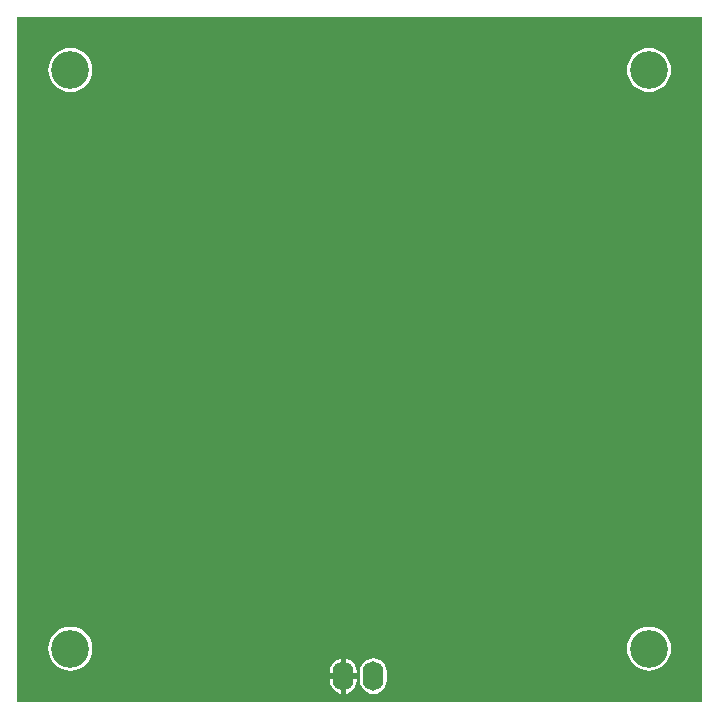
<source format=gbr>
%TF.GenerationSoftware,Altium Limited,Altium Designer,21.4.1 (30)*%
G04 Layer_Physical_Order=2*
G04 Layer_Color=16711680*
%FSLAX42Y42*%
%MOMM*%
%TF.SameCoordinates,A5F8CCB8-1AD9-4863-A32E-EE0D6D21C85A*%
%TF.FilePolarity,Positive*%
%TF.FileFunction,Copper,L2,Bot,Signal*%
%TF.Part,Single*%
G01*
G75*
%TA.AperFunction,ComponentPad*%
%ADD49O,1.75X2.50*%
%TA.AperFunction,ViaPad*%
%ADD50C,3.20*%
%ADD51C,0.80*%
G36*
X2900Y-2900D02*
X-2900D01*
Y2900D01*
X2900D01*
Y-2900D01*
D02*
G37*
%LPC*%
G36*
X2450Y2636D02*
X2414Y2633D01*
X2379Y2622D01*
X2347Y2605D01*
X2318Y2582D01*
X2295Y2554D01*
X2278Y2521D01*
X2267Y2486D01*
X2264Y2450D01*
X2267Y2414D01*
X2278Y2379D01*
X2295Y2346D01*
X2318Y2318D01*
X2347Y2295D01*
X2379Y2278D01*
X2414Y2267D01*
X2450Y2264D01*
X2486Y2267D01*
X2521Y2278D01*
X2554Y2295D01*
X2582Y2318D01*
X2605Y2346D01*
X2622Y2379D01*
X2633Y2414D01*
X2636Y2450D01*
X2633Y2486D01*
X2622Y2521D01*
X2605Y2554D01*
X2582Y2582D01*
X2554Y2605D01*
X2521Y2622D01*
X2486Y2633D01*
X2450Y2636D01*
D02*
G37*
G36*
X-2450D02*
X-2486Y2633D01*
X-2521Y2622D01*
X-2554Y2605D01*
X-2582Y2582D01*
X-2605Y2554D01*
X-2622Y2521D01*
X-2633Y2486D01*
X-2636Y2450D01*
X-2633Y2414D01*
X-2622Y2379D01*
X-2605Y2346D01*
X-2582Y2318D01*
X-2554Y2295D01*
X-2521Y2278D01*
X-2486Y2267D01*
X-2450Y2264D01*
X-2414Y2267D01*
X-2379Y2278D01*
X-2346Y2295D01*
X-2318Y2318D01*
X-2295Y2346D01*
X-2278Y2379D01*
X-2267Y2414D01*
X-2264Y2450D01*
X-2267Y2486D01*
X-2278Y2521D01*
X-2295Y2554D01*
X-2318Y2582D01*
X-2346Y2605D01*
X-2379Y2622D01*
X-2414Y2633D01*
X-2450Y2636D01*
D02*
G37*
G36*
X2450Y-2264D02*
X2414Y-2267D01*
X2379Y-2278D01*
X2347Y-2295D01*
X2318Y-2318D01*
X2295Y-2346D01*
X2278Y-2379D01*
X2267Y-2414D01*
X2264Y-2450D01*
X2267Y-2486D01*
X2278Y-2521D01*
X2295Y-2554D01*
X2318Y-2582D01*
X2347Y-2605D01*
X2379Y-2622D01*
X2414Y-2633D01*
X2450Y-2636D01*
X2486Y-2633D01*
X2521Y-2622D01*
X2554Y-2605D01*
X2582Y-2582D01*
X2605Y-2554D01*
X2622Y-2521D01*
X2633Y-2486D01*
X2636Y-2450D01*
X2633Y-2414D01*
X2622Y-2379D01*
X2605Y-2346D01*
X2582Y-2318D01*
X2554Y-2295D01*
X2521Y-2278D01*
X2486Y-2267D01*
X2450Y-2264D01*
D02*
G37*
G36*
X-2450D02*
X-2486Y-2267D01*
X-2521Y-2278D01*
X-2554Y-2295D01*
X-2582Y-2318D01*
X-2605Y-2346D01*
X-2622Y-2379D01*
X-2633Y-2414D01*
X-2636Y-2450D01*
X-2633Y-2486D01*
X-2622Y-2521D01*
X-2605Y-2554D01*
X-2582Y-2582D01*
X-2554Y-2605D01*
X-2521Y-2622D01*
X-2486Y-2633D01*
X-2450Y-2636D01*
X-2414Y-2633D01*
X-2379Y-2622D01*
X-2346Y-2605D01*
X-2318Y-2582D01*
X-2295Y-2554D01*
X-2278Y-2521D01*
X-2267Y-2486D01*
X-2264Y-2450D01*
X-2267Y-2414D01*
X-2278Y-2379D01*
X-2295Y-2346D01*
X-2318Y-2318D01*
X-2346Y-2295D01*
X-2379Y-2278D01*
X-2414Y-2267D01*
X-2450Y-2264D01*
D02*
G37*
G36*
X-112Y-2534D02*
Y-2658D01*
X-23D01*
Y-2645D01*
X-27Y-2616D01*
X-38Y-2588D01*
X-56Y-2564D01*
X-80Y-2546D01*
X-108Y-2535D01*
X-112Y-2534D01*
D02*
G37*
G36*
X-162D02*
X-166Y-2535D01*
X-194Y-2546D01*
X-218Y-2564D01*
X-236Y-2588D01*
X-247Y-2616D01*
X-251Y-2645D01*
Y-2658D01*
X-162D01*
Y-2534D01*
D02*
G37*
G36*
X-23Y-2708D02*
X-112D01*
Y-2831D01*
X-108Y-2830D01*
X-80Y-2819D01*
X-56Y-2801D01*
X-38Y-2777D01*
X-27Y-2749D01*
X-23Y-2720D01*
Y-2708D01*
D02*
G37*
G36*
X-162D02*
X-251D01*
Y-2720D01*
X-247Y-2749D01*
X-236Y-2777D01*
X-218Y-2801D01*
X-194Y-2819D01*
X-166Y-2830D01*
X-162Y-2831D01*
Y-2708D01*
D02*
G37*
G36*
X117Y-2531D02*
X88Y-2535D01*
X60Y-2546D01*
X36Y-2564D01*
X18Y-2588D01*
X7Y-2616D01*
X3Y-2645D01*
Y-2720D01*
X7Y-2749D01*
X18Y-2777D01*
X36Y-2801D01*
X60Y-2819D01*
X88Y-2830D01*
X117Y-2834D01*
X146Y-2830D01*
X174Y-2819D01*
X198Y-2801D01*
X216Y-2777D01*
X227Y-2749D01*
X231Y-2720D01*
Y-2645D01*
X227Y-2616D01*
X216Y-2588D01*
X198Y-2564D01*
X174Y-2546D01*
X146Y-2535D01*
X117Y-2531D01*
D02*
G37*
%LPD*%
D49*
Y-2683D02*
D03*
X-137D02*
D03*
D50*
X-2450Y2450D02*
D03*
X2450D02*
D03*
Y-2450D02*
D03*
X-2450D02*
D03*
D51*
X2670Y1633D02*
D03*
Y933D02*
D03*
Y233D02*
D03*
Y-467D02*
D03*
Y-1167D02*
D03*
Y-1867D02*
D03*
X2495Y1983D02*
D03*
X2320Y1633D02*
D03*
X2495Y1283D02*
D03*
X2320Y933D02*
D03*
X2495Y583D02*
D03*
Y-117D02*
D03*
X2320Y-467D02*
D03*
X2495Y-817D02*
D03*
X2320Y-1167D02*
D03*
X2495Y-1517D02*
D03*
X2145Y2683D02*
D03*
Y1283D02*
D03*
Y583D02*
D03*
X1970Y-467D02*
D03*
Y-1167D02*
D03*
X2145Y-1517D02*
D03*
X1970Y-2567D02*
D03*
X1795Y2683D02*
D03*
X1620Y2333D02*
D03*
X1795Y1283D02*
D03*
X1620Y-1167D02*
D03*
Y-1867D02*
D03*
Y-2567D02*
D03*
X1445Y2683D02*
D03*
X1270Y2333D02*
D03*
X1445Y1983D02*
D03*
X1270Y-1867D02*
D03*
X1445Y-2217D02*
D03*
X1270Y-2567D02*
D03*
X1095Y2683D02*
D03*
X920Y2333D02*
D03*
Y1633D02*
D03*
X1095Y-1517D02*
D03*
Y-2217D02*
D03*
X920Y-2567D02*
D03*
X745Y2683D02*
D03*
X570Y2333D02*
D03*
Y-2567D02*
D03*
X395Y2683D02*
D03*
Y1983D02*
D03*
Y-817D02*
D03*
Y-2217D02*
D03*
X45Y2683D02*
D03*
X-130Y-1867D02*
D03*
X-305Y2683D02*
D03*
X-480Y2333D02*
D03*
X-305Y1983D02*
D03*
Y1283D02*
D03*
X-480Y-1867D02*
D03*
X-305Y-2217D02*
D03*
X-480Y-2567D02*
D03*
X-655Y2683D02*
D03*
X-830Y2333D02*
D03*
X-655Y-2217D02*
D03*
X-830Y-2567D02*
D03*
X-1005Y2683D02*
D03*
X-1180Y2333D02*
D03*
Y1633D02*
D03*
X-1005Y-1517D02*
D03*
X-1180Y-1867D02*
D03*
X-1005Y-2217D02*
D03*
X-1180Y-2567D02*
D03*
X-1355Y2683D02*
D03*
X-1530Y2333D02*
D03*
X-1355Y1983D02*
D03*
X-1530Y-1867D02*
D03*
X-1355Y-2217D02*
D03*
X-1705Y2683D02*
D03*
Y1283D02*
D03*
Y583D02*
D03*
X-1880Y-467D02*
D03*
Y-1167D02*
D03*
Y-1867D02*
D03*
X-1705Y-2217D02*
D03*
X-2055Y2683D02*
D03*
X-2230Y1633D02*
D03*
X-2055Y1283D02*
D03*
X-2230Y933D02*
D03*
Y-467D02*
D03*
Y-1167D02*
D03*
X-2055Y-1517D02*
D03*
X-2230Y-1867D02*
D03*
X-2405Y1983D02*
D03*
X-2580Y1633D02*
D03*
X-2405Y1283D02*
D03*
X-2580Y933D02*
D03*
X-2405Y583D02*
D03*
X-2580Y233D02*
D03*
Y-467D02*
D03*
X-2405Y-817D02*
D03*
X-2580Y-1167D02*
D03*
X-2405Y-1517D02*
D03*
X-2580Y-1867D02*
D03*
%TF.MD5,0098c255529b3b5809215bf96df85ab0*%
M02*

</source>
